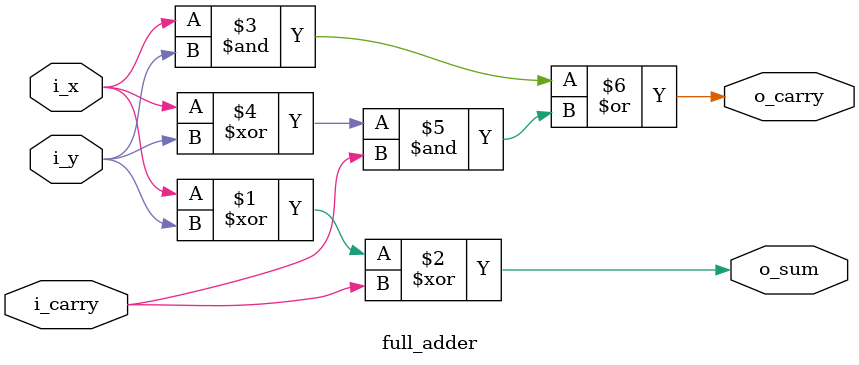
<source format=v>
`include "../../libs/cmos_cells.v"

module full_adder
(
  input wire i_x, i_y, i_carry,
  output wire o_sum, o_carry
);

  assign o_sum = i_x ^ i_y ^ i_carry;
  assign o_carry = i_x & i_y | (i_x ^ i_y) & i_carry;

endmodule

</source>
